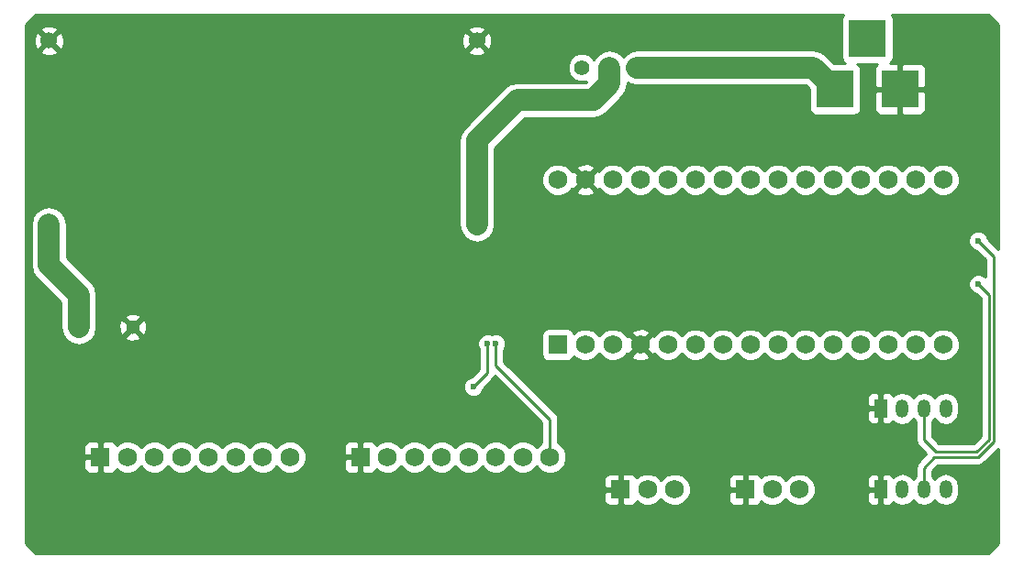
<source format=gbr>
G04 #@! TF.FileFunction,Copper,L2,Bot,Signal*
%FSLAX46Y46*%
G04 Gerber Fmt 4.6, Leading zero omitted, Abs format (unit mm)*
G04 Created by KiCad (PCBNEW 4.0.3+e1-6302~38~ubuntu15.04.1-stable) date Wed Oct  5 22:25:40 2016*
%MOMM*%
%LPD*%
G01*
G04 APERTURE LIST*
%ADD10C,0.100000*%
%ADD11R,1.727200X1.727200*%
%ADD12C,1.727200*%
%ADD13R,1.300000X1.300000*%
%ADD14C,1.300000*%
%ADD15R,1.750000X1.750000*%
%ADD16C,1.750000*%
%ADD17R,1.200000X1.700000*%
%ADD18O,1.200000X1.700000*%
%ADD19C,1.524000*%
%ADD20R,3.500120X3.500120*%
%ADD21R,1.397000X1.397000*%
%ADD22C,1.397000*%
%ADD23C,0.600000*%
%ADD24C,2.050000*%
%ADD25C,0.250000*%
%ADD26C,0.254000*%
G04 APERTURE END LIST*
D10*
D11*
X80220000Y-61620000D03*
D12*
X82760000Y-61620000D03*
X85300000Y-61620000D03*
X87840000Y-61620000D03*
X90380000Y-61620000D03*
X92920000Y-61620000D03*
X95460000Y-61620000D03*
X98000000Y-61620000D03*
X100540000Y-61620000D03*
X103080000Y-61620000D03*
X105620000Y-61620000D03*
X108160000Y-61620000D03*
X110700000Y-61620000D03*
X113240000Y-61620000D03*
X115780000Y-61620000D03*
X115780000Y-46380000D03*
X113240000Y-46380000D03*
X110700000Y-46380000D03*
X108160000Y-46380000D03*
X105620000Y-46380000D03*
X103080000Y-46380000D03*
X100540000Y-46380000D03*
X98000000Y-46380000D03*
X95460000Y-46380000D03*
X92920000Y-46380000D03*
X90380000Y-46380000D03*
X87840000Y-46380000D03*
X85300000Y-46380000D03*
X82760000Y-46380000D03*
X80220000Y-46380000D03*
D13*
X36000000Y-60000000D03*
D14*
X41000000Y-60000000D03*
D15*
X38000000Y-72000000D03*
D16*
X40500000Y-72000000D03*
X43000000Y-72000000D03*
X45500000Y-72000000D03*
X48000000Y-72000000D03*
X50500000Y-72000000D03*
X53000000Y-72000000D03*
X55500000Y-72000000D03*
D15*
X62000000Y-72000000D03*
D16*
X64500000Y-72000000D03*
X67000000Y-72000000D03*
X69500000Y-72000000D03*
X72000000Y-72000000D03*
X74500000Y-72000000D03*
X77000000Y-72000000D03*
X79500000Y-72000000D03*
D17*
X110000000Y-75000000D03*
D18*
X112000000Y-75000000D03*
X114000000Y-75000000D03*
X116000000Y-75000000D03*
D17*
X110000000Y-67500000D03*
D18*
X112000000Y-67500000D03*
X114000000Y-67500000D03*
X116000000Y-67500000D03*
D19*
X72750000Y-50500000D03*
X72750000Y-33500000D03*
X33250000Y-50500000D03*
X33250000Y-33500000D03*
D20*
X105799860Y-38000000D03*
X111799340Y-38000000D03*
X108799600Y-33301000D03*
D15*
X86000000Y-75000000D03*
D16*
X88500000Y-75000000D03*
X91000000Y-75000000D03*
D15*
X97500000Y-75000000D03*
D16*
X100000000Y-75000000D03*
X102500000Y-75000000D03*
D21*
X87540000Y-36000000D03*
D22*
X85000000Y-36000000D03*
X82460000Y-36000000D03*
D23*
X96000000Y-40000000D03*
X72421178Y-65503528D03*
X73699997Y-61500000D03*
X74500000Y-61500000D03*
X119000000Y-52000000D03*
X119000000Y-56000000D03*
D24*
X33250000Y-50500000D02*
X33250000Y-54250000D01*
X33250000Y-54250000D02*
X36000000Y-57000000D01*
X36000000Y-57000000D02*
X36000000Y-60000000D01*
D25*
X73699997Y-61500000D02*
X73699997Y-64224709D01*
X73699997Y-64224709D02*
X72721177Y-65203529D01*
X72721177Y-65203529D02*
X72421178Y-65503528D01*
X74500000Y-63500000D02*
X79500000Y-68500000D01*
X79500000Y-68500000D02*
X79500000Y-72000000D01*
X74500000Y-61500000D02*
X74500000Y-63500000D01*
X119000000Y-52000000D02*
X120439251Y-53439251D01*
X120439251Y-53439251D02*
X120439251Y-70560750D01*
X120439251Y-70560750D02*
X119000000Y-72000000D01*
X119000000Y-72000000D02*
X114980658Y-72000000D01*
X114980658Y-72000000D02*
X114000000Y-72980658D01*
X114000000Y-72980658D02*
X114000000Y-75000000D01*
X119000000Y-56000000D02*
X119989240Y-56989240D01*
X119989240Y-56989240D02*
X119989240Y-70374350D01*
X119989240Y-70374350D02*
X118863590Y-71500000D01*
X118863590Y-71500000D02*
X115088890Y-71500000D01*
X115088890Y-71500000D02*
X114000000Y-70411110D01*
X114000000Y-70411110D02*
X114000000Y-67500000D01*
X114000000Y-67500000D02*
X114000000Y-67250000D01*
D24*
X85000000Y-36000000D02*
X85000000Y-37500000D01*
X85000000Y-37500000D02*
X83500000Y-39000000D01*
X83500000Y-39000000D02*
X76500000Y-39000000D01*
X76500000Y-39000000D02*
X72750000Y-42750000D01*
X72750000Y-42750000D02*
X72750000Y-50500000D01*
X87540000Y-36000000D02*
X103799860Y-36000000D01*
X103799860Y-36000000D02*
X105799860Y-38000000D01*
D26*
G36*
X106453109Y-31299050D02*
X106402100Y-31550940D01*
X106402100Y-35051060D01*
X106446378Y-35286377D01*
X106585450Y-35502501D01*
X106731803Y-35602500D01*
X105749954Y-35602500D01*
X104973657Y-34826203D01*
X104435115Y-34466360D01*
X103799860Y-34340000D01*
X87540000Y-34340000D01*
X86904746Y-34466360D01*
X86366203Y-34826203D01*
X86270000Y-34970181D01*
X86173797Y-34826203D01*
X85635254Y-34466360D01*
X85000000Y-34340000D01*
X84364746Y-34466360D01*
X83826203Y-34826203D01*
X83564076Y-35218503D01*
X83216353Y-34870173D01*
X82726413Y-34666732D01*
X82195914Y-34666269D01*
X81705620Y-34868854D01*
X81330173Y-35243647D01*
X81126732Y-35733587D01*
X81126269Y-36264086D01*
X81328854Y-36754380D01*
X81703647Y-37129827D01*
X82193587Y-37333268D01*
X82724086Y-37333731D01*
X82885278Y-37267128D01*
X82812406Y-37340000D01*
X76500000Y-37340000D01*
X75864745Y-37466360D01*
X75326203Y-37826203D01*
X71576203Y-41576203D01*
X71216360Y-42114745D01*
X71216360Y-42114746D01*
X71090000Y-42750000D01*
X71090000Y-50500000D01*
X71216360Y-51135254D01*
X71576203Y-51673797D01*
X72114746Y-52033640D01*
X72750000Y-52160000D01*
X73385254Y-52033640D01*
X73923797Y-51673797D01*
X74283640Y-51135254D01*
X74410000Y-50500000D01*
X74410000Y-46676782D01*
X78721141Y-46676782D01*
X78948808Y-47227780D01*
X79370003Y-47649710D01*
X79920602Y-47878339D01*
X80516782Y-47878859D01*
X81067780Y-47651192D01*
X81285546Y-47433805D01*
X81885800Y-47433805D01*
X81967741Y-47686516D01*
X82528030Y-47890248D01*
X83123635Y-47864058D01*
X83552259Y-47686516D01*
X83634200Y-47433805D01*
X82760000Y-46559605D01*
X81885800Y-47433805D01*
X81285546Y-47433805D01*
X81489710Y-47229997D01*
X81506541Y-47189463D01*
X81706195Y-47254200D01*
X82580395Y-46380000D01*
X82939605Y-46380000D01*
X83813805Y-47254200D01*
X84013033Y-47189601D01*
X84028808Y-47227780D01*
X84450003Y-47649710D01*
X85000602Y-47878339D01*
X85596782Y-47878859D01*
X86147780Y-47651192D01*
X86569710Y-47229997D01*
X86570095Y-47229069D01*
X86990003Y-47649710D01*
X87540602Y-47878339D01*
X88136782Y-47878859D01*
X88687780Y-47651192D01*
X89109710Y-47229997D01*
X89110095Y-47229069D01*
X89530003Y-47649710D01*
X90080602Y-47878339D01*
X90676782Y-47878859D01*
X91227780Y-47651192D01*
X91649710Y-47229997D01*
X91650095Y-47229069D01*
X92070003Y-47649710D01*
X92620602Y-47878339D01*
X93216782Y-47878859D01*
X93767780Y-47651192D01*
X94189710Y-47229997D01*
X94190095Y-47229069D01*
X94610003Y-47649710D01*
X95160602Y-47878339D01*
X95756782Y-47878859D01*
X96307780Y-47651192D01*
X96729710Y-47229997D01*
X96730095Y-47229069D01*
X97150003Y-47649710D01*
X97700602Y-47878339D01*
X98296782Y-47878859D01*
X98847780Y-47651192D01*
X99269710Y-47229997D01*
X99270095Y-47229069D01*
X99690003Y-47649710D01*
X100240602Y-47878339D01*
X100836782Y-47878859D01*
X101387780Y-47651192D01*
X101809710Y-47229997D01*
X101810095Y-47229069D01*
X102230003Y-47649710D01*
X102780602Y-47878339D01*
X103376782Y-47878859D01*
X103927780Y-47651192D01*
X104349710Y-47229997D01*
X104350095Y-47229069D01*
X104770003Y-47649710D01*
X105320602Y-47878339D01*
X105916782Y-47878859D01*
X106467780Y-47651192D01*
X106889710Y-47229997D01*
X106890095Y-47229069D01*
X107310003Y-47649710D01*
X107860602Y-47878339D01*
X108456782Y-47878859D01*
X109007780Y-47651192D01*
X109429710Y-47229997D01*
X109430095Y-47229069D01*
X109850003Y-47649710D01*
X110400602Y-47878339D01*
X110996782Y-47878859D01*
X111547780Y-47651192D01*
X111969710Y-47229997D01*
X111970095Y-47229069D01*
X112390003Y-47649710D01*
X112940602Y-47878339D01*
X113536782Y-47878859D01*
X114087780Y-47651192D01*
X114509710Y-47229997D01*
X114510095Y-47229069D01*
X114930003Y-47649710D01*
X115480602Y-47878339D01*
X116076782Y-47878859D01*
X116627780Y-47651192D01*
X117049710Y-47229997D01*
X117278339Y-46679398D01*
X117278859Y-46083218D01*
X117051192Y-45532220D01*
X116629997Y-45110290D01*
X116079398Y-44881661D01*
X115483218Y-44881141D01*
X114932220Y-45108808D01*
X114510290Y-45530003D01*
X114509905Y-45530931D01*
X114089997Y-45110290D01*
X113539398Y-44881661D01*
X112943218Y-44881141D01*
X112392220Y-45108808D01*
X111970290Y-45530003D01*
X111969905Y-45530931D01*
X111549997Y-45110290D01*
X110999398Y-44881661D01*
X110403218Y-44881141D01*
X109852220Y-45108808D01*
X109430290Y-45530003D01*
X109429905Y-45530931D01*
X109009997Y-45110290D01*
X108459398Y-44881661D01*
X107863218Y-44881141D01*
X107312220Y-45108808D01*
X106890290Y-45530003D01*
X106889905Y-45530931D01*
X106469997Y-45110290D01*
X105919398Y-44881661D01*
X105323218Y-44881141D01*
X104772220Y-45108808D01*
X104350290Y-45530003D01*
X104349905Y-45530931D01*
X103929997Y-45110290D01*
X103379398Y-44881661D01*
X102783218Y-44881141D01*
X102232220Y-45108808D01*
X101810290Y-45530003D01*
X101809905Y-45530931D01*
X101389997Y-45110290D01*
X100839398Y-44881661D01*
X100243218Y-44881141D01*
X99692220Y-45108808D01*
X99270290Y-45530003D01*
X99269905Y-45530931D01*
X98849997Y-45110290D01*
X98299398Y-44881661D01*
X97703218Y-44881141D01*
X97152220Y-45108808D01*
X96730290Y-45530003D01*
X96729905Y-45530931D01*
X96309997Y-45110290D01*
X95759398Y-44881661D01*
X95163218Y-44881141D01*
X94612220Y-45108808D01*
X94190290Y-45530003D01*
X94189905Y-45530931D01*
X93769997Y-45110290D01*
X93219398Y-44881661D01*
X92623218Y-44881141D01*
X92072220Y-45108808D01*
X91650290Y-45530003D01*
X91649905Y-45530931D01*
X91229997Y-45110290D01*
X90679398Y-44881661D01*
X90083218Y-44881141D01*
X89532220Y-45108808D01*
X89110290Y-45530003D01*
X89109905Y-45530931D01*
X88689997Y-45110290D01*
X88139398Y-44881661D01*
X87543218Y-44881141D01*
X86992220Y-45108808D01*
X86570290Y-45530003D01*
X86569905Y-45530931D01*
X86149997Y-45110290D01*
X85599398Y-44881661D01*
X85003218Y-44881141D01*
X84452220Y-45108808D01*
X84030290Y-45530003D01*
X84013459Y-45570537D01*
X83813805Y-45505800D01*
X82939605Y-46380000D01*
X82580395Y-46380000D01*
X81706195Y-45505800D01*
X81506967Y-45570399D01*
X81491192Y-45532220D01*
X81285526Y-45326195D01*
X81885800Y-45326195D01*
X82760000Y-46200395D01*
X83634200Y-45326195D01*
X83552259Y-45073484D01*
X82991970Y-44869752D01*
X82396365Y-44895942D01*
X81967741Y-45073484D01*
X81885800Y-45326195D01*
X81285526Y-45326195D01*
X81069997Y-45110290D01*
X80519398Y-44881661D01*
X79923218Y-44881141D01*
X79372220Y-45108808D01*
X78950290Y-45530003D01*
X78721661Y-46080602D01*
X78721141Y-46676782D01*
X74410000Y-46676782D01*
X74410000Y-43437594D01*
X77187594Y-40660000D01*
X83500000Y-40660000D01*
X84135255Y-40533640D01*
X84673797Y-40173797D01*
X86173797Y-38673797D01*
X86533639Y-38135255D01*
X86533640Y-38135254D01*
X86660000Y-37500000D01*
X86660000Y-37370106D01*
X86904746Y-37533640D01*
X87540000Y-37660000D01*
X103112266Y-37660000D01*
X103402360Y-37950094D01*
X103402360Y-39750060D01*
X103446638Y-39985377D01*
X103585710Y-40201501D01*
X103797910Y-40346491D01*
X104049800Y-40397500D01*
X107549920Y-40397500D01*
X107785237Y-40353222D01*
X108001361Y-40214150D01*
X108146351Y-40001950D01*
X108197360Y-39750060D01*
X108197360Y-38285750D01*
X109414280Y-38285750D01*
X109414280Y-39876370D01*
X109510953Y-40109759D01*
X109689582Y-40288387D01*
X109922971Y-40385060D01*
X111513590Y-40385060D01*
X111672340Y-40226310D01*
X111672340Y-38127000D01*
X111926340Y-38127000D01*
X111926340Y-40226310D01*
X112085090Y-40385060D01*
X113675709Y-40385060D01*
X113909098Y-40288387D01*
X114087727Y-40109759D01*
X114184400Y-39876370D01*
X114184400Y-38285750D01*
X114025650Y-38127000D01*
X111926340Y-38127000D01*
X111672340Y-38127000D01*
X109573030Y-38127000D01*
X109414280Y-38285750D01*
X108197360Y-38285750D01*
X108197360Y-36249940D01*
X108153082Y-36014623D01*
X108014010Y-35798499D01*
X107867657Y-35698500D01*
X109721240Y-35698500D01*
X109689582Y-35711613D01*
X109510953Y-35890241D01*
X109414280Y-36123630D01*
X109414280Y-37714250D01*
X109573030Y-37873000D01*
X111672340Y-37873000D01*
X111672340Y-35773690D01*
X111926340Y-35773690D01*
X111926340Y-37873000D01*
X114025650Y-37873000D01*
X114184400Y-37714250D01*
X114184400Y-36123630D01*
X114087727Y-35890241D01*
X113909098Y-35711613D01*
X113675709Y-35614940D01*
X112085090Y-35614940D01*
X111926340Y-35773690D01*
X111672340Y-35773690D01*
X111513590Y-35614940D01*
X110846023Y-35614940D01*
X111001101Y-35515150D01*
X111146091Y-35302950D01*
X111197100Y-35051060D01*
X111197100Y-31550940D01*
X111152822Y-31315623D01*
X111031446Y-31127000D01*
X119947394Y-31127000D01*
X120873000Y-32052606D01*
X120873000Y-52798198D01*
X119935122Y-51860320D01*
X119935162Y-51814833D01*
X119793117Y-51471057D01*
X119530327Y-51207808D01*
X119186799Y-51065162D01*
X118814833Y-51064838D01*
X118471057Y-51206883D01*
X118207808Y-51469673D01*
X118065162Y-51813201D01*
X118064838Y-52185167D01*
X118206883Y-52528943D01*
X118469673Y-52792192D01*
X118813201Y-52934838D01*
X118860077Y-52934879D01*
X119679251Y-53754053D01*
X119679251Y-55356992D01*
X119530327Y-55207808D01*
X119186799Y-55065162D01*
X118814833Y-55064838D01*
X118471057Y-55206883D01*
X118207808Y-55469673D01*
X118065162Y-55813201D01*
X118064838Y-56185167D01*
X118206883Y-56528943D01*
X118469673Y-56792192D01*
X118813201Y-56934838D01*
X118860077Y-56934879D01*
X119229240Y-57304042D01*
X119229240Y-70059547D01*
X118548788Y-70740000D01*
X115403692Y-70740000D01*
X114760000Y-70096308D01*
X114760000Y-68728059D01*
X114873277Y-68652370D01*
X115000000Y-68462715D01*
X115126723Y-68652370D01*
X115527386Y-68920084D01*
X116000000Y-69014093D01*
X116472614Y-68920084D01*
X116873277Y-68652370D01*
X117140991Y-68251707D01*
X117235000Y-67779093D01*
X117235000Y-67220907D01*
X117140991Y-66748293D01*
X116873277Y-66347630D01*
X116472614Y-66079916D01*
X116000000Y-65985907D01*
X115527386Y-66079916D01*
X115126723Y-66347630D01*
X115000000Y-66537285D01*
X114873277Y-66347630D01*
X114472614Y-66079916D01*
X114000000Y-65985907D01*
X113527386Y-66079916D01*
X113126723Y-66347630D01*
X113000000Y-66537285D01*
X112873277Y-66347630D01*
X112472614Y-66079916D01*
X112000000Y-65985907D01*
X111527386Y-66079916D01*
X111154410Y-66329130D01*
X111138327Y-66290301D01*
X110959698Y-66111673D01*
X110726309Y-66015000D01*
X110285750Y-66015000D01*
X110127000Y-66173750D01*
X110127000Y-67373000D01*
X110147000Y-67373000D01*
X110147000Y-67627000D01*
X110127000Y-67627000D01*
X110127000Y-68826250D01*
X110285750Y-68985000D01*
X110726309Y-68985000D01*
X110959698Y-68888327D01*
X111138327Y-68709699D01*
X111154410Y-68670870D01*
X111527386Y-68920084D01*
X112000000Y-69014093D01*
X112472614Y-68920084D01*
X112873277Y-68652370D01*
X113000000Y-68462715D01*
X113126723Y-68652370D01*
X113240000Y-68728059D01*
X113240000Y-70411110D01*
X113297852Y-70701949D01*
X113462599Y-70948511D01*
X114209972Y-71695884D01*
X113462599Y-72443257D01*
X113297852Y-72689819D01*
X113240000Y-72980658D01*
X113240000Y-73771941D01*
X113126723Y-73847630D01*
X113000000Y-74037285D01*
X112873277Y-73847630D01*
X112472614Y-73579916D01*
X112000000Y-73485907D01*
X111527386Y-73579916D01*
X111154410Y-73829130D01*
X111138327Y-73790301D01*
X110959698Y-73611673D01*
X110726309Y-73515000D01*
X110285750Y-73515000D01*
X110127000Y-73673750D01*
X110127000Y-74873000D01*
X110147000Y-74873000D01*
X110147000Y-75127000D01*
X110127000Y-75127000D01*
X110127000Y-76326250D01*
X110285750Y-76485000D01*
X110726309Y-76485000D01*
X110959698Y-76388327D01*
X111138327Y-76209699D01*
X111154410Y-76170870D01*
X111527386Y-76420084D01*
X112000000Y-76514093D01*
X112472614Y-76420084D01*
X112873277Y-76152370D01*
X113000000Y-75962715D01*
X113126723Y-76152370D01*
X113527386Y-76420084D01*
X114000000Y-76514093D01*
X114472614Y-76420084D01*
X114873277Y-76152370D01*
X115000000Y-75962715D01*
X115126723Y-76152370D01*
X115527386Y-76420084D01*
X116000000Y-76514093D01*
X116472614Y-76420084D01*
X116873277Y-76152370D01*
X117140991Y-75751707D01*
X117235000Y-75279093D01*
X117235000Y-74720907D01*
X117140991Y-74248293D01*
X116873277Y-73847630D01*
X116472614Y-73579916D01*
X116000000Y-73485907D01*
X115527386Y-73579916D01*
X115126723Y-73847630D01*
X115000000Y-74037285D01*
X114873277Y-73847630D01*
X114760000Y-73771941D01*
X114760000Y-73295460D01*
X115295460Y-72760000D01*
X119000000Y-72760000D01*
X119290839Y-72702148D01*
X119537401Y-72537401D01*
X120873000Y-71201803D01*
X120873000Y-79947394D01*
X119947394Y-80873000D01*
X32052606Y-80873000D01*
X31127000Y-79947394D01*
X31127000Y-75285750D01*
X84490000Y-75285750D01*
X84490000Y-76001310D01*
X84586673Y-76234699D01*
X84765302Y-76413327D01*
X84998691Y-76510000D01*
X85714250Y-76510000D01*
X85873000Y-76351250D01*
X85873000Y-75127000D01*
X84648750Y-75127000D01*
X84490000Y-75285750D01*
X31127000Y-75285750D01*
X31127000Y-73998690D01*
X84490000Y-73998690D01*
X84490000Y-74714250D01*
X84648750Y-74873000D01*
X85873000Y-74873000D01*
X85873000Y-73648750D01*
X86127000Y-73648750D01*
X86127000Y-74873000D01*
X86147000Y-74873000D01*
X86147000Y-75127000D01*
X86127000Y-75127000D01*
X86127000Y-76351250D01*
X86285750Y-76510000D01*
X87001309Y-76510000D01*
X87234698Y-76413327D01*
X87413327Y-76234699D01*
X87467760Y-76103286D01*
X87643537Y-76279370D01*
X88198325Y-76509738D01*
X88799040Y-76510262D01*
X89354229Y-76280862D01*
X89750318Y-75885464D01*
X90143537Y-76279370D01*
X90698325Y-76509738D01*
X91299040Y-76510262D01*
X91854229Y-76280862D01*
X92279370Y-75856463D01*
X92509738Y-75301675D01*
X92509751Y-75285750D01*
X95990000Y-75285750D01*
X95990000Y-76001310D01*
X96086673Y-76234699D01*
X96265302Y-76413327D01*
X96498691Y-76510000D01*
X97214250Y-76510000D01*
X97373000Y-76351250D01*
X97373000Y-75127000D01*
X96148750Y-75127000D01*
X95990000Y-75285750D01*
X92509751Y-75285750D01*
X92510262Y-74700960D01*
X92280862Y-74145771D01*
X92134038Y-73998690D01*
X95990000Y-73998690D01*
X95990000Y-74714250D01*
X96148750Y-74873000D01*
X97373000Y-74873000D01*
X97373000Y-73648750D01*
X97627000Y-73648750D01*
X97627000Y-74873000D01*
X97647000Y-74873000D01*
X97647000Y-75127000D01*
X97627000Y-75127000D01*
X97627000Y-76351250D01*
X97785750Y-76510000D01*
X98501309Y-76510000D01*
X98734698Y-76413327D01*
X98913327Y-76234699D01*
X98967760Y-76103286D01*
X99143537Y-76279370D01*
X99698325Y-76509738D01*
X100299040Y-76510262D01*
X100854229Y-76280862D01*
X101250318Y-75885464D01*
X101643537Y-76279370D01*
X102198325Y-76509738D01*
X102799040Y-76510262D01*
X103354229Y-76280862D01*
X103779370Y-75856463D01*
X104009738Y-75301675D01*
X104009751Y-75285750D01*
X108765000Y-75285750D01*
X108765000Y-75976310D01*
X108861673Y-76209699D01*
X109040302Y-76388327D01*
X109273691Y-76485000D01*
X109714250Y-76485000D01*
X109873000Y-76326250D01*
X109873000Y-75127000D01*
X108923750Y-75127000D01*
X108765000Y-75285750D01*
X104009751Y-75285750D01*
X104010262Y-74700960D01*
X103780862Y-74145771D01*
X103658995Y-74023690D01*
X108765000Y-74023690D01*
X108765000Y-74714250D01*
X108923750Y-74873000D01*
X109873000Y-74873000D01*
X109873000Y-73673750D01*
X109714250Y-73515000D01*
X109273691Y-73515000D01*
X109040302Y-73611673D01*
X108861673Y-73790301D01*
X108765000Y-74023690D01*
X103658995Y-74023690D01*
X103356463Y-73720630D01*
X102801675Y-73490262D01*
X102200960Y-73489738D01*
X101645771Y-73719138D01*
X101249682Y-74114536D01*
X100856463Y-73720630D01*
X100301675Y-73490262D01*
X99700960Y-73489738D01*
X99145771Y-73719138D01*
X98967797Y-73896802D01*
X98913327Y-73765301D01*
X98734698Y-73586673D01*
X98501309Y-73490000D01*
X97785750Y-73490000D01*
X97627000Y-73648750D01*
X97373000Y-73648750D01*
X97214250Y-73490000D01*
X96498691Y-73490000D01*
X96265302Y-73586673D01*
X96086673Y-73765301D01*
X95990000Y-73998690D01*
X92134038Y-73998690D01*
X91856463Y-73720630D01*
X91301675Y-73490262D01*
X90700960Y-73489738D01*
X90145771Y-73719138D01*
X89749682Y-74114536D01*
X89356463Y-73720630D01*
X88801675Y-73490262D01*
X88200960Y-73489738D01*
X87645771Y-73719138D01*
X87467797Y-73896802D01*
X87413327Y-73765301D01*
X87234698Y-73586673D01*
X87001309Y-73490000D01*
X86285750Y-73490000D01*
X86127000Y-73648750D01*
X85873000Y-73648750D01*
X85714250Y-73490000D01*
X84998691Y-73490000D01*
X84765302Y-73586673D01*
X84586673Y-73765301D01*
X84490000Y-73998690D01*
X31127000Y-73998690D01*
X31127000Y-72285750D01*
X36490000Y-72285750D01*
X36490000Y-73001310D01*
X36586673Y-73234699D01*
X36765302Y-73413327D01*
X36998691Y-73510000D01*
X37714250Y-73510000D01*
X37873000Y-73351250D01*
X37873000Y-72127000D01*
X36648750Y-72127000D01*
X36490000Y-72285750D01*
X31127000Y-72285750D01*
X31127000Y-70998690D01*
X36490000Y-70998690D01*
X36490000Y-71714250D01*
X36648750Y-71873000D01*
X37873000Y-71873000D01*
X37873000Y-70648750D01*
X38127000Y-70648750D01*
X38127000Y-71873000D01*
X38147000Y-71873000D01*
X38147000Y-72127000D01*
X38127000Y-72127000D01*
X38127000Y-73351250D01*
X38285750Y-73510000D01*
X39001309Y-73510000D01*
X39234698Y-73413327D01*
X39413327Y-73234699D01*
X39467760Y-73103286D01*
X39643537Y-73279370D01*
X40198325Y-73509738D01*
X40799040Y-73510262D01*
X41354229Y-73280862D01*
X41750318Y-72885464D01*
X42143537Y-73279370D01*
X42698325Y-73509738D01*
X43299040Y-73510262D01*
X43854229Y-73280862D01*
X44250318Y-72885464D01*
X44643537Y-73279370D01*
X45198325Y-73509738D01*
X45799040Y-73510262D01*
X46354229Y-73280862D01*
X46750318Y-72885464D01*
X47143537Y-73279370D01*
X47698325Y-73509738D01*
X48299040Y-73510262D01*
X48854229Y-73280862D01*
X49250318Y-72885464D01*
X49643537Y-73279370D01*
X50198325Y-73509738D01*
X50799040Y-73510262D01*
X51354229Y-73280862D01*
X51750318Y-72885464D01*
X52143537Y-73279370D01*
X52698325Y-73509738D01*
X53299040Y-73510262D01*
X53854229Y-73280862D01*
X54250318Y-72885464D01*
X54643537Y-73279370D01*
X55198325Y-73509738D01*
X55799040Y-73510262D01*
X56354229Y-73280862D01*
X56779370Y-72856463D01*
X57009738Y-72301675D01*
X57009751Y-72285750D01*
X60490000Y-72285750D01*
X60490000Y-73001310D01*
X60586673Y-73234699D01*
X60765302Y-73413327D01*
X60998691Y-73510000D01*
X61714250Y-73510000D01*
X61873000Y-73351250D01*
X61873000Y-72127000D01*
X60648750Y-72127000D01*
X60490000Y-72285750D01*
X57009751Y-72285750D01*
X57010262Y-71700960D01*
X56780862Y-71145771D01*
X56634038Y-70998690D01*
X60490000Y-70998690D01*
X60490000Y-71714250D01*
X60648750Y-71873000D01*
X61873000Y-71873000D01*
X61873000Y-70648750D01*
X62127000Y-70648750D01*
X62127000Y-71873000D01*
X62147000Y-71873000D01*
X62147000Y-72127000D01*
X62127000Y-72127000D01*
X62127000Y-73351250D01*
X62285750Y-73510000D01*
X63001309Y-73510000D01*
X63234698Y-73413327D01*
X63413327Y-73234699D01*
X63467760Y-73103286D01*
X63643537Y-73279370D01*
X64198325Y-73509738D01*
X64799040Y-73510262D01*
X65354229Y-73280862D01*
X65750318Y-72885464D01*
X66143537Y-73279370D01*
X66698325Y-73509738D01*
X67299040Y-73510262D01*
X67854229Y-73280862D01*
X68250318Y-72885464D01*
X68643537Y-73279370D01*
X69198325Y-73509738D01*
X69799040Y-73510262D01*
X70354229Y-73280862D01*
X70750318Y-72885464D01*
X71143537Y-73279370D01*
X71698325Y-73509738D01*
X72299040Y-73510262D01*
X72854229Y-73280862D01*
X73250318Y-72885464D01*
X73643537Y-73279370D01*
X74198325Y-73509738D01*
X74799040Y-73510262D01*
X75354229Y-73280862D01*
X75750318Y-72885464D01*
X76143537Y-73279370D01*
X76698325Y-73509738D01*
X77299040Y-73510262D01*
X77854229Y-73280862D01*
X78250318Y-72885464D01*
X78643537Y-73279370D01*
X79198325Y-73509738D01*
X79799040Y-73510262D01*
X80354229Y-73280862D01*
X80779370Y-72856463D01*
X81009738Y-72301675D01*
X81010262Y-71700960D01*
X80780862Y-71145771D01*
X80356463Y-70720630D01*
X80260000Y-70680575D01*
X80260000Y-68500000D01*
X80202148Y-68209161D01*
X80037401Y-67962599D01*
X79860552Y-67785750D01*
X108765000Y-67785750D01*
X108765000Y-68476310D01*
X108861673Y-68709699D01*
X109040302Y-68888327D01*
X109273691Y-68985000D01*
X109714250Y-68985000D01*
X109873000Y-68826250D01*
X109873000Y-67627000D01*
X108923750Y-67627000D01*
X108765000Y-67785750D01*
X79860552Y-67785750D01*
X78598492Y-66523690D01*
X108765000Y-66523690D01*
X108765000Y-67214250D01*
X108923750Y-67373000D01*
X109873000Y-67373000D01*
X109873000Y-66173750D01*
X109714250Y-66015000D01*
X109273691Y-66015000D01*
X109040302Y-66111673D01*
X108861673Y-66290301D01*
X108765000Y-66523690D01*
X78598492Y-66523690D01*
X75260000Y-63185198D01*
X75260000Y-62062463D01*
X75292192Y-62030327D01*
X75434838Y-61686799D01*
X75435162Y-61314833D01*
X75293117Y-60971057D01*
X75078835Y-60756400D01*
X78708960Y-60756400D01*
X78708960Y-62483600D01*
X78753238Y-62718917D01*
X78892310Y-62935041D01*
X79104510Y-63080031D01*
X79356400Y-63131040D01*
X81083600Y-63131040D01*
X81318917Y-63086762D01*
X81535041Y-62947690D01*
X81680031Y-62735490D01*
X81692852Y-62672180D01*
X81910003Y-62889710D01*
X82460602Y-63118339D01*
X83056782Y-63118859D01*
X83607780Y-62891192D01*
X84029710Y-62469997D01*
X84030095Y-62469069D01*
X84450003Y-62889710D01*
X85000602Y-63118339D01*
X85596782Y-63118859D01*
X86147780Y-62891192D01*
X86365546Y-62673805D01*
X86965800Y-62673805D01*
X87047741Y-62926516D01*
X87608030Y-63130248D01*
X88203635Y-63104058D01*
X88632259Y-62926516D01*
X88714200Y-62673805D01*
X87840000Y-61799605D01*
X86965800Y-62673805D01*
X86365546Y-62673805D01*
X86569710Y-62469997D01*
X86586541Y-62429463D01*
X86786195Y-62494200D01*
X87660395Y-61620000D01*
X88019605Y-61620000D01*
X88893805Y-62494200D01*
X89093033Y-62429601D01*
X89108808Y-62467780D01*
X89530003Y-62889710D01*
X90080602Y-63118339D01*
X90676782Y-63118859D01*
X91227780Y-62891192D01*
X91649710Y-62469997D01*
X91650095Y-62469069D01*
X92070003Y-62889710D01*
X92620602Y-63118339D01*
X93216782Y-63118859D01*
X93767780Y-62891192D01*
X94189710Y-62469997D01*
X94190095Y-62469069D01*
X94610003Y-62889710D01*
X95160602Y-63118339D01*
X95756782Y-63118859D01*
X96307780Y-62891192D01*
X96729710Y-62469997D01*
X96730095Y-62469069D01*
X97150003Y-62889710D01*
X97700602Y-63118339D01*
X98296782Y-63118859D01*
X98847780Y-62891192D01*
X99269710Y-62469997D01*
X99270095Y-62469069D01*
X99690003Y-62889710D01*
X100240602Y-63118339D01*
X100836782Y-63118859D01*
X101387780Y-62891192D01*
X101809710Y-62469997D01*
X101810095Y-62469069D01*
X102230003Y-62889710D01*
X102780602Y-63118339D01*
X103376782Y-63118859D01*
X103927780Y-62891192D01*
X104349710Y-62469997D01*
X104350095Y-62469069D01*
X104770003Y-62889710D01*
X105320602Y-63118339D01*
X105916782Y-63118859D01*
X106467780Y-62891192D01*
X106889710Y-62469997D01*
X106890095Y-62469069D01*
X107310003Y-62889710D01*
X107860602Y-63118339D01*
X108456782Y-63118859D01*
X109007780Y-62891192D01*
X109429710Y-62469997D01*
X109430095Y-62469069D01*
X109850003Y-62889710D01*
X110400602Y-63118339D01*
X110996782Y-63118859D01*
X111547780Y-62891192D01*
X111969710Y-62469997D01*
X111970095Y-62469069D01*
X112390003Y-62889710D01*
X112940602Y-63118339D01*
X113536782Y-63118859D01*
X114087780Y-62891192D01*
X114509710Y-62469997D01*
X114510095Y-62469069D01*
X114930003Y-62889710D01*
X115480602Y-63118339D01*
X116076782Y-63118859D01*
X116627780Y-62891192D01*
X117049710Y-62469997D01*
X117278339Y-61919398D01*
X117278859Y-61323218D01*
X117051192Y-60772220D01*
X116629997Y-60350290D01*
X116079398Y-60121661D01*
X115483218Y-60121141D01*
X114932220Y-60348808D01*
X114510290Y-60770003D01*
X114509905Y-60770931D01*
X114089997Y-60350290D01*
X113539398Y-60121661D01*
X112943218Y-60121141D01*
X112392220Y-60348808D01*
X111970290Y-60770003D01*
X111969905Y-60770931D01*
X111549997Y-60350290D01*
X110999398Y-60121661D01*
X110403218Y-60121141D01*
X109852220Y-60348808D01*
X109430290Y-60770003D01*
X109429905Y-60770931D01*
X109009997Y-60350290D01*
X108459398Y-60121661D01*
X107863218Y-60121141D01*
X107312220Y-60348808D01*
X106890290Y-60770003D01*
X106889905Y-60770931D01*
X106469997Y-60350290D01*
X105919398Y-60121661D01*
X105323218Y-60121141D01*
X104772220Y-60348808D01*
X104350290Y-60770003D01*
X104349905Y-60770931D01*
X103929997Y-60350290D01*
X103379398Y-60121661D01*
X102783218Y-60121141D01*
X102232220Y-60348808D01*
X101810290Y-60770003D01*
X101809905Y-60770931D01*
X101389997Y-60350290D01*
X100839398Y-60121661D01*
X100243218Y-60121141D01*
X99692220Y-60348808D01*
X99270290Y-60770003D01*
X99269905Y-60770931D01*
X98849997Y-60350290D01*
X98299398Y-60121661D01*
X97703218Y-60121141D01*
X97152220Y-60348808D01*
X96730290Y-60770003D01*
X96729905Y-60770931D01*
X96309997Y-60350290D01*
X95759398Y-60121661D01*
X95163218Y-60121141D01*
X94612220Y-60348808D01*
X94190290Y-60770003D01*
X94189905Y-60770931D01*
X93769997Y-60350290D01*
X93219398Y-60121661D01*
X92623218Y-60121141D01*
X92072220Y-60348808D01*
X91650290Y-60770003D01*
X91649905Y-60770931D01*
X91229997Y-60350290D01*
X90679398Y-60121661D01*
X90083218Y-60121141D01*
X89532220Y-60348808D01*
X89110290Y-60770003D01*
X89093459Y-60810537D01*
X88893805Y-60745800D01*
X88019605Y-61620000D01*
X87660395Y-61620000D01*
X86786195Y-60745800D01*
X86586967Y-60810399D01*
X86571192Y-60772220D01*
X86365526Y-60566195D01*
X86965800Y-60566195D01*
X87840000Y-61440395D01*
X88714200Y-60566195D01*
X88632259Y-60313484D01*
X88071970Y-60109752D01*
X87476365Y-60135942D01*
X87047741Y-60313484D01*
X86965800Y-60566195D01*
X86365526Y-60566195D01*
X86149997Y-60350290D01*
X85599398Y-60121661D01*
X85003218Y-60121141D01*
X84452220Y-60348808D01*
X84030290Y-60770003D01*
X84029905Y-60770931D01*
X83609997Y-60350290D01*
X83059398Y-60121661D01*
X82463218Y-60121141D01*
X81912220Y-60348808D01*
X81695124Y-60565525D01*
X81686762Y-60521083D01*
X81547690Y-60304959D01*
X81335490Y-60159969D01*
X81083600Y-60108960D01*
X79356400Y-60108960D01*
X79121083Y-60153238D01*
X78904959Y-60292310D01*
X78759969Y-60504510D01*
X78708960Y-60756400D01*
X75078835Y-60756400D01*
X75030327Y-60707808D01*
X74686799Y-60565162D01*
X74314833Y-60564838D01*
X74099894Y-60653649D01*
X73886796Y-60565162D01*
X73514830Y-60564838D01*
X73171054Y-60706883D01*
X72907805Y-60969673D01*
X72765159Y-61313201D01*
X72764835Y-61685167D01*
X72906880Y-62028943D01*
X72939997Y-62062118D01*
X72939997Y-63909907D01*
X72281498Y-64568406D01*
X72236011Y-64568366D01*
X71892235Y-64710411D01*
X71628986Y-64973201D01*
X71486340Y-65316729D01*
X71486016Y-65688695D01*
X71628061Y-66032471D01*
X71890851Y-66295720D01*
X72234379Y-66438366D01*
X72606345Y-66438690D01*
X72950121Y-66296645D01*
X73213370Y-66033855D01*
X73356016Y-65690327D01*
X73356057Y-65643451D01*
X74237398Y-64762110D01*
X74402145Y-64515548D01*
X74408549Y-64483351D01*
X78740000Y-68814802D01*
X78740000Y-70680203D01*
X78645771Y-70719138D01*
X78249682Y-71114536D01*
X77856463Y-70720630D01*
X77301675Y-70490262D01*
X76700960Y-70489738D01*
X76145771Y-70719138D01*
X75749682Y-71114536D01*
X75356463Y-70720630D01*
X74801675Y-70490262D01*
X74200960Y-70489738D01*
X73645771Y-70719138D01*
X73249682Y-71114536D01*
X72856463Y-70720630D01*
X72301675Y-70490262D01*
X71700960Y-70489738D01*
X71145771Y-70719138D01*
X70749682Y-71114536D01*
X70356463Y-70720630D01*
X69801675Y-70490262D01*
X69200960Y-70489738D01*
X68645771Y-70719138D01*
X68249682Y-71114536D01*
X67856463Y-70720630D01*
X67301675Y-70490262D01*
X66700960Y-70489738D01*
X66145771Y-70719138D01*
X65749682Y-71114536D01*
X65356463Y-70720630D01*
X64801675Y-70490262D01*
X64200960Y-70489738D01*
X63645771Y-70719138D01*
X63467797Y-70896802D01*
X63413327Y-70765301D01*
X63234698Y-70586673D01*
X63001309Y-70490000D01*
X62285750Y-70490000D01*
X62127000Y-70648750D01*
X61873000Y-70648750D01*
X61714250Y-70490000D01*
X60998691Y-70490000D01*
X60765302Y-70586673D01*
X60586673Y-70765301D01*
X60490000Y-70998690D01*
X56634038Y-70998690D01*
X56356463Y-70720630D01*
X55801675Y-70490262D01*
X55200960Y-70489738D01*
X54645771Y-70719138D01*
X54249682Y-71114536D01*
X53856463Y-70720630D01*
X53301675Y-70490262D01*
X52700960Y-70489738D01*
X52145771Y-70719138D01*
X51749682Y-71114536D01*
X51356463Y-70720630D01*
X50801675Y-70490262D01*
X50200960Y-70489738D01*
X49645771Y-70719138D01*
X49249682Y-71114536D01*
X48856463Y-70720630D01*
X48301675Y-70490262D01*
X47700960Y-70489738D01*
X47145771Y-70719138D01*
X46749682Y-71114536D01*
X46356463Y-70720630D01*
X45801675Y-70490262D01*
X45200960Y-70489738D01*
X44645771Y-70719138D01*
X44249682Y-71114536D01*
X43856463Y-70720630D01*
X43301675Y-70490262D01*
X42700960Y-70489738D01*
X42145771Y-70719138D01*
X41749682Y-71114536D01*
X41356463Y-70720630D01*
X40801675Y-70490262D01*
X40200960Y-70489738D01*
X39645771Y-70719138D01*
X39467797Y-70896802D01*
X39413327Y-70765301D01*
X39234698Y-70586673D01*
X39001309Y-70490000D01*
X38285750Y-70490000D01*
X38127000Y-70648750D01*
X37873000Y-70648750D01*
X37714250Y-70490000D01*
X36998691Y-70490000D01*
X36765302Y-70586673D01*
X36586673Y-70765301D01*
X36490000Y-70998690D01*
X31127000Y-70998690D01*
X31127000Y-50500000D01*
X31590000Y-50500000D01*
X31590000Y-54250000D01*
X31716360Y-54885255D01*
X32076203Y-55423797D01*
X34340000Y-57687594D01*
X34340000Y-60000000D01*
X34466360Y-60635254D01*
X34826203Y-61173797D01*
X35364746Y-61533640D01*
X36000000Y-61660000D01*
X36635254Y-61533640D01*
X37173797Y-61173797D01*
X37357399Y-60899016D01*
X40280590Y-60899016D01*
X40336271Y-61129611D01*
X40819078Y-61297622D01*
X41329428Y-61268083D01*
X41663729Y-61129611D01*
X41719410Y-60899016D01*
X41000000Y-60179605D01*
X40280590Y-60899016D01*
X37357399Y-60899016D01*
X37533640Y-60635254D01*
X37660000Y-60000000D01*
X37660000Y-59819078D01*
X39702378Y-59819078D01*
X39731917Y-60329428D01*
X39870389Y-60663729D01*
X40100984Y-60719410D01*
X40820395Y-60000000D01*
X41179605Y-60000000D01*
X41899016Y-60719410D01*
X42129611Y-60663729D01*
X42297622Y-60180922D01*
X42268083Y-59670572D01*
X42129611Y-59336271D01*
X41899016Y-59280590D01*
X41179605Y-60000000D01*
X40820395Y-60000000D01*
X40100984Y-59280590D01*
X39870389Y-59336271D01*
X39702378Y-59819078D01*
X37660000Y-59819078D01*
X37660000Y-59100984D01*
X40280590Y-59100984D01*
X41000000Y-59820395D01*
X41719410Y-59100984D01*
X41663729Y-58870389D01*
X41180922Y-58702378D01*
X40670572Y-58731917D01*
X40336271Y-58870389D01*
X40280590Y-59100984D01*
X37660000Y-59100984D01*
X37660000Y-57000000D01*
X37533640Y-56364746D01*
X37173797Y-55826203D01*
X34910000Y-53562406D01*
X34910000Y-50500000D01*
X34783640Y-49864746D01*
X34423797Y-49326203D01*
X33885254Y-48966360D01*
X33250000Y-48840000D01*
X32614746Y-48966360D01*
X32076203Y-49326203D01*
X31716360Y-49864746D01*
X31590000Y-50500000D01*
X31127000Y-50500000D01*
X31127000Y-34480213D01*
X32449392Y-34480213D01*
X32518857Y-34722397D01*
X33042302Y-34909144D01*
X33597368Y-34881362D01*
X33981143Y-34722397D01*
X34050608Y-34480213D01*
X71949392Y-34480213D01*
X72018857Y-34722397D01*
X72542302Y-34909144D01*
X73097368Y-34881362D01*
X73481143Y-34722397D01*
X73550608Y-34480213D01*
X72750000Y-33679605D01*
X71949392Y-34480213D01*
X34050608Y-34480213D01*
X33250000Y-33679605D01*
X32449392Y-34480213D01*
X31127000Y-34480213D01*
X31127000Y-33292302D01*
X31840856Y-33292302D01*
X31868638Y-33847368D01*
X32027603Y-34231143D01*
X32269787Y-34300608D01*
X33070395Y-33500000D01*
X33429605Y-33500000D01*
X34230213Y-34300608D01*
X34472397Y-34231143D01*
X34659144Y-33707698D01*
X34638353Y-33292302D01*
X71340856Y-33292302D01*
X71368638Y-33847368D01*
X71527603Y-34231143D01*
X71769787Y-34300608D01*
X72570395Y-33500000D01*
X72929605Y-33500000D01*
X73730213Y-34300608D01*
X73972397Y-34231143D01*
X74159144Y-33707698D01*
X74131362Y-33152632D01*
X73972397Y-32768857D01*
X73730213Y-32699392D01*
X72929605Y-33500000D01*
X72570395Y-33500000D01*
X71769787Y-32699392D01*
X71527603Y-32768857D01*
X71340856Y-33292302D01*
X34638353Y-33292302D01*
X34631362Y-33152632D01*
X34472397Y-32768857D01*
X34230213Y-32699392D01*
X33429605Y-33500000D01*
X33070395Y-33500000D01*
X32269787Y-32699392D01*
X32027603Y-32768857D01*
X31840856Y-33292302D01*
X31127000Y-33292302D01*
X31127000Y-32519787D01*
X32449392Y-32519787D01*
X33250000Y-33320395D01*
X34050608Y-32519787D01*
X71949392Y-32519787D01*
X72750000Y-33320395D01*
X73550608Y-32519787D01*
X73481143Y-32277603D01*
X72957698Y-32090856D01*
X72402632Y-32118638D01*
X72018857Y-32277603D01*
X71949392Y-32519787D01*
X34050608Y-32519787D01*
X33981143Y-32277603D01*
X33457698Y-32090856D01*
X32902632Y-32118638D01*
X32518857Y-32277603D01*
X32449392Y-32519787D01*
X31127000Y-32519787D01*
X31127000Y-32052606D01*
X32052606Y-31127000D01*
X106570666Y-31127000D01*
X106453109Y-31299050D01*
X106453109Y-31299050D01*
G37*
X106453109Y-31299050D02*
X106402100Y-31550940D01*
X106402100Y-35051060D01*
X106446378Y-35286377D01*
X106585450Y-35502501D01*
X106731803Y-35602500D01*
X105749954Y-35602500D01*
X104973657Y-34826203D01*
X104435115Y-34466360D01*
X103799860Y-34340000D01*
X87540000Y-34340000D01*
X86904746Y-34466360D01*
X86366203Y-34826203D01*
X86270000Y-34970181D01*
X86173797Y-34826203D01*
X85635254Y-34466360D01*
X85000000Y-34340000D01*
X84364746Y-34466360D01*
X83826203Y-34826203D01*
X83564076Y-35218503D01*
X83216353Y-34870173D01*
X82726413Y-34666732D01*
X82195914Y-34666269D01*
X81705620Y-34868854D01*
X81330173Y-35243647D01*
X81126732Y-35733587D01*
X81126269Y-36264086D01*
X81328854Y-36754380D01*
X81703647Y-37129827D01*
X82193587Y-37333268D01*
X82724086Y-37333731D01*
X82885278Y-37267128D01*
X82812406Y-37340000D01*
X76500000Y-37340000D01*
X75864745Y-37466360D01*
X75326203Y-37826203D01*
X71576203Y-41576203D01*
X71216360Y-42114745D01*
X71216360Y-42114746D01*
X71090000Y-42750000D01*
X71090000Y-50500000D01*
X71216360Y-51135254D01*
X71576203Y-51673797D01*
X72114746Y-52033640D01*
X72750000Y-52160000D01*
X73385254Y-52033640D01*
X73923797Y-51673797D01*
X74283640Y-51135254D01*
X74410000Y-50500000D01*
X74410000Y-46676782D01*
X78721141Y-46676782D01*
X78948808Y-47227780D01*
X79370003Y-47649710D01*
X79920602Y-47878339D01*
X80516782Y-47878859D01*
X81067780Y-47651192D01*
X81285546Y-47433805D01*
X81885800Y-47433805D01*
X81967741Y-47686516D01*
X82528030Y-47890248D01*
X83123635Y-47864058D01*
X83552259Y-47686516D01*
X83634200Y-47433805D01*
X82760000Y-46559605D01*
X81885800Y-47433805D01*
X81285546Y-47433805D01*
X81489710Y-47229997D01*
X81506541Y-47189463D01*
X81706195Y-47254200D01*
X82580395Y-46380000D01*
X82939605Y-46380000D01*
X83813805Y-47254200D01*
X84013033Y-47189601D01*
X84028808Y-47227780D01*
X84450003Y-47649710D01*
X85000602Y-47878339D01*
X85596782Y-47878859D01*
X86147780Y-47651192D01*
X86569710Y-47229997D01*
X86570095Y-47229069D01*
X86990003Y-47649710D01*
X87540602Y-47878339D01*
X88136782Y-47878859D01*
X88687780Y-47651192D01*
X89109710Y-47229997D01*
X89110095Y-47229069D01*
X89530003Y-47649710D01*
X90080602Y-47878339D01*
X90676782Y-47878859D01*
X91227780Y-47651192D01*
X91649710Y-47229997D01*
X91650095Y-47229069D01*
X92070003Y-47649710D01*
X92620602Y-47878339D01*
X93216782Y-47878859D01*
X93767780Y-47651192D01*
X94189710Y-47229997D01*
X94190095Y-47229069D01*
X94610003Y-47649710D01*
X95160602Y-47878339D01*
X95756782Y-47878859D01*
X96307780Y-47651192D01*
X96729710Y-47229997D01*
X96730095Y-47229069D01*
X97150003Y-47649710D01*
X97700602Y-47878339D01*
X98296782Y-47878859D01*
X98847780Y-47651192D01*
X99269710Y-47229997D01*
X99270095Y-47229069D01*
X99690003Y-47649710D01*
X100240602Y-47878339D01*
X100836782Y-47878859D01*
X101387780Y-47651192D01*
X101809710Y-47229997D01*
X101810095Y-47229069D01*
X102230003Y-47649710D01*
X102780602Y-47878339D01*
X103376782Y-47878859D01*
X103927780Y-47651192D01*
X104349710Y-47229997D01*
X104350095Y-47229069D01*
X104770003Y-47649710D01*
X105320602Y-47878339D01*
X105916782Y-47878859D01*
X106467780Y-47651192D01*
X106889710Y-47229997D01*
X106890095Y-47229069D01*
X107310003Y-47649710D01*
X107860602Y-47878339D01*
X108456782Y-47878859D01*
X109007780Y-47651192D01*
X109429710Y-47229997D01*
X109430095Y-47229069D01*
X109850003Y-47649710D01*
X110400602Y-47878339D01*
X110996782Y-47878859D01*
X111547780Y-47651192D01*
X111969710Y-47229997D01*
X111970095Y-47229069D01*
X112390003Y-47649710D01*
X112940602Y-47878339D01*
X113536782Y-47878859D01*
X114087780Y-47651192D01*
X114509710Y-47229997D01*
X114510095Y-47229069D01*
X114930003Y-47649710D01*
X115480602Y-47878339D01*
X116076782Y-47878859D01*
X116627780Y-47651192D01*
X117049710Y-47229997D01*
X117278339Y-46679398D01*
X117278859Y-46083218D01*
X117051192Y-45532220D01*
X116629997Y-45110290D01*
X116079398Y-44881661D01*
X115483218Y-44881141D01*
X114932220Y-45108808D01*
X114510290Y-45530003D01*
X114509905Y-45530931D01*
X114089997Y-45110290D01*
X113539398Y-44881661D01*
X112943218Y-44881141D01*
X112392220Y-45108808D01*
X111970290Y-45530003D01*
X111969905Y-45530931D01*
X111549997Y-45110290D01*
X110999398Y-44881661D01*
X110403218Y-44881141D01*
X109852220Y-45108808D01*
X109430290Y-45530003D01*
X109429905Y-45530931D01*
X109009997Y-45110290D01*
X108459398Y-44881661D01*
X107863218Y-44881141D01*
X107312220Y-45108808D01*
X106890290Y-45530003D01*
X106889905Y-45530931D01*
X106469997Y-45110290D01*
X105919398Y-44881661D01*
X105323218Y-44881141D01*
X104772220Y-45108808D01*
X104350290Y-45530003D01*
X104349905Y-45530931D01*
X103929997Y-45110290D01*
X103379398Y-44881661D01*
X102783218Y-44881141D01*
X102232220Y-45108808D01*
X101810290Y-45530003D01*
X101809905Y-45530931D01*
X101389997Y-45110290D01*
X100839398Y-44881661D01*
X100243218Y-44881141D01*
X99692220Y-45108808D01*
X99270290Y-45530003D01*
X99269905Y-45530931D01*
X98849997Y-45110290D01*
X98299398Y-44881661D01*
X97703218Y-44881141D01*
X97152220Y-45108808D01*
X96730290Y-45530003D01*
X96729905Y-45530931D01*
X96309997Y-45110290D01*
X95759398Y-44881661D01*
X95163218Y-44881141D01*
X94612220Y-45108808D01*
X94190290Y-45530003D01*
X94189905Y-45530931D01*
X93769997Y-45110290D01*
X93219398Y-44881661D01*
X92623218Y-44881141D01*
X92072220Y-45108808D01*
X91650290Y-45530003D01*
X91649905Y-45530931D01*
X91229997Y-45110290D01*
X90679398Y-44881661D01*
X90083218Y-44881141D01*
X89532220Y-45108808D01*
X89110290Y-45530003D01*
X89109905Y-45530931D01*
X88689997Y-45110290D01*
X88139398Y-44881661D01*
X87543218Y-44881141D01*
X86992220Y-45108808D01*
X86570290Y-45530003D01*
X86569905Y-45530931D01*
X86149997Y-45110290D01*
X85599398Y-44881661D01*
X85003218Y-44881141D01*
X84452220Y-45108808D01*
X84030290Y-45530003D01*
X84013459Y-45570537D01*
X83813805Y-45505800D01*
X82939605Y-46380000D01*
X82580395Y-46380000D01*
X81706195Y-45505800D01*
X81506967Y-45570399D01*
X81491192Y-45532220D01*
X81285526Y-45326195D01*
X81885800Y-45326195D01*
X82760000Y-46200395D01*
X83634200Y-45326195D01*
X83552259Y-45073484D01*
X82991970Y-44869752D01*
X82396365Y-44895942D01*
X81967741Y-45073484D01*
X81885800Y-45326195D01*
X81285526Y-45326195D01*
X81069997Y-45110290D01*
X80519398Y-44881661D01*
X79923218Y-44881141D01*
X79372220Y-45108808D01*
X78950290Y-45530003D01*
X78721661Y-46080602D01*
X78721141Y-46676782D01*
X74410000Y-46676782D01*
X74410000Y-43437594D01*
X77187594Y-40660000D01*
X83500000Y-40660000D01*
X84135255Y-40533640D01*
X84673797Y-40173797D01*
X86173797Y-38673797D01*
X86533639Y-38135255D01*
X86533640Y-38135254D01*
X86660000Y-37500000D01*
X86660000Y-37370106D01*
X86904746Y-37533640D01*
X87540000Y-37660000D01*
X103112266Y-37660000D01*
X103402360Y-37950094D01*
X103402360Y-39750060D01*
X103446638Y-39985377D01*
X103585710Y-40201501D01*
X103797910Y-40346491D01*
X104049800Y-40397500D01*
X107549920Y-40397500D01*
X107785237Y-40353222D01*
X108001361Y-40214150D01*
X108146351Y-40001950D01*
X108197360Y-39750060D01*
X108197360Y-38285750D01*
X109414280Y-38285750D01*
X109414280Y-39876370D01*
X109510953Y-40109759D01*
X109689582Y-40288387D01*
X109922971Y-40385060D01*
X111513590Y-40385060D01*
X111672340Y-40226310D01*
X111672340Y-38127000D01*
X111926340Y-38127000D01*
X111926340Y-40226310D01*
X112085090Y-40385060D01*
X113675709Y-40385060D01*
X113909098Y-40288387D01*
X114087727Y-40109759D01*
X114184400Y-39876370D01*
X114184400Y-38285750D01*
X114025650Y-38127000D01*
X111926340Y-38127000D01*
X111672340Y-38127000D01*
X109573030Y-38127000D01*
X109414280Y-38285750D01*
X108197360Y-38285750D01*
X108197360Y-36249940D01*
X108153082Y-36014623D01*
X108014010Y-35798499D01*
X107867657Y-35698500D01*
X109721240Y-35698500D01*
X109689582Y-35711613D01*
X109510953Y-35890241D01*
X109414280Y-36123630D01*
X109414280Y-37714250D01*
X109573030Y-37873000D01*
X111672340Y-37873000D01*
X111672340Y-35773690D01*
X111926340Y-35773690D01*
X111926340Y-37873000D01*
X114025650Y-37873000D01*
X114184400Y-37714250D01*
X114184400Y-36123630D01*
X114087727Y-35890241D01*
X113909098Y-35711613D01*
X113675709Y-35614940D01*
X112085090Y-35614940D01*
X111926340Y-35773690D01*
X111672340Y-35773690D01*
X111513590Y-35614940D01*
X110846023Y-35614940D01*
X111001101Y-35515150D01*
X111146091Y-35302950D01*
X111197100Y-35051060D01*
X111197100Y-31550940D01*
X111152822Y-31315623D01*
X111031446Y-31127000D01*
X119947394Y-31127000D01*
X120873000Y-32052606D01*
X120873000Y-52798198D01*
X119935122Y-51860320D01*
X119935162Y-51814833D01*
X119793117Y-51471057D01*
X119530327Y-51207808D01*
X119186799Y-51065162D01*
X118814833Y-51064838D01*
X118471057Y-51206883D01*
X118207808Y-51469673D01*
X118065162Y-51813201D01*
X118064838Y-52185167D01*
X118206883Y-52528943D01*
X118469673Y-52792192D01*
X118813201Y-52934838D01*
X118860077Y-52934879D01*
X119679251Y-53754053D01*
X119679251Y-55356992D01*
X119530327Y-55207808D01*
X119186799Y-55065162D01*
X118814833Y-55064838D01*
X118471057Y-55206883D01*
X118207808Y-55469673D01*
X118065162Y-55813201D01*
X118064838Y-56185167D01*
X118206883Y-56528943D01*
X118469673Y-56792192D01*
X118813201Y-56934838D01*
X118860077Y-56934879D01*
X119229240Y-57304042D01*
X119229240Y-70059547D01*
X118548788Y-70740000D01*
X115403692Y-70740000D01*
X114760000Y-70096308D01*
X114760000Y-68728059D01*
X114873277Y-68652370D01*
X115000000Y-68462715D01*
X115126723Y-68652370D01*
X115527386Y-68920084D01*
X116000000Y-69014093D01*
X116472614Y-68920084D01*
X116873277Y-68652370D01*
X117140991Y-68251707D01*
X117235000Y-67779093D01*
X117235000Y-67220907D01*
X117140991Y-66748293D01*
X116873277Y-66347630D01*
X116472614Y-66079916D01*
X116000000Y-65985907D01*
X115527386Y-66079916D01*
X115126723Y-66347630D01*
X115000000Y-66537285D01*
X114873277Y-66347630D01*
X114472614Y-66079916D01*
X114000000Y-65985907D01*
X113527386Y-66079916D01*
X113126723Y-66347630D01*
X113000000Y-66537285D01*
X112873277Y-66347630D01*
X112472614Y-66079916D01*
X112000000Y-65985907D01*
X111527386Y-66079916D01*
X111154410Y-66329130D01*
X111138327Y-66290301D01*
X110959698Y-66111673D01*
X110726309Y-66015000D01*
X110285750Y-66015000D01*
X110127000Y-66173750D01*
X110127000Y-67373000D01*
X110147000Y-67373000D01*
X110147000Y-67627000D01*
X110127000Y-67627000D01*
X110127000Y-68826250D01*
X110285750Y-68985000D01*
X110726309Y-68985000D01*
X110959698Y-68888327D01*
X111138327Y-68709699D01*
X111154410Y-68670870D01*
X111527386Y-68920084D01*
X112000000Y-69014093D01*
X112472614Y-68920084D01*
X112873277Y-68652370D01*
X113000000Y-68462715D01*
X113126723Y-68652370D01*
X113240000Y-68728059D01*
X113240000Y-70411110D01*
X113297852Y-70701949D01*
X113462599Y-70948511D01*
X114209972Y-71695884D01*
X113462599Y-72443257D01*
X113297852Y-72689819D01*
X113240000Y-72980658D01*
X113240000Y-73771941D01*
X113126723Y-73847630D01*
X113000000Y-74037285D01*
X112873277Y-73847630D01*
X112472614Y-73579916D01*
X112000000Y-73485907D01*
X111527386Y-73579916D01*
X111154410Y-73829130D01*
X111138327Y-73790301D01*
X110959698Y-73611673D01*
X110726309Y-73515000D01*
X110285750Y-73515000D01*
X110127000Y-73673750D01*
X110127000Y-74873000D01*
X110147000Y-74873000D01*
X110147000Y-75127000D01*
X110127000Y-75127000D01*
X110127000Y-76326250D01*
X110285750Y-76485000D01*
X110726309Y-76485000D01*
X110959698Y-76388327D01*
X111138327Y-76209699D01*
X111154410Y-76170870D01*
X111527386Y-76420084D01*
X112000000Y-76514093D01*
X112472614Y-76420084D01*
X112873277Y-76152370D01*
X113000000Y-75962715D01*
X113126723Y-76152370D01*
X113527386Y-76420084D01*
X114000000Y-76514093D01*
X114472614Y-76420084D01*
X114873277Y-76152370D01*
X115000000Y-75962715D01*
X115126723Y-76152370D01*
X115527386Y-76420084D01*
X116000000Y-76514093D01*
X116472614Y-76420084D01*
X116873277Y-76152370D01*
X117140991Y-75751707D01*
X117235000Y-75279093D01*
X117235000Y-74720907D01*
X117140991Y-74248293D01*
X116873277Y-73847630D01*
X116472614Y-73579916D01*
X116000000Y-73485907D01*
X115527386Y-73579916D01*
X115126723Y-73847630D01*
X115000000Y-74037285D01*
X114873277Y-73847630D01*
X114760000Y-73771941D01*
X114760000Y-73295460D01*
X115295460Y-72760000D01*
X119000000Y-72760000D01*
X119290839Y-72702148D01*
X119537401Y-72537401D01*
X120873000Y-71201803D01*
X120873000Y-79947394D01*
X119947394Y-80873000D01*
X32052606Y-80873000D01*
X31127000Y-79947394D01*
X31127000Y-75285750D01*
X84490000Y-75285750D01*
X84490000Y-76001310D01*
X84586673Y-76234699D01*
X84765302Y-76413327D01*
X84998691Y-76510000D01*
X85714250Y-76510000D01*
X85873000Y-76351250D01*
X85873000Y-75127000D01*
X84648750Y-75127000D01*
X84490000Y-75285750D01*
X31127000Y-75285750D01*
X31127000Y-73998690D01*
X84490000Y-73998690D01*
X84490000Y-74714250D01*
X84648750Y-74873000D01*
X85873000Y-74873000D01*
X85873000Y-73648750D01*
X86127000Y-73648750D01*
X86127000Y-74873000D01*
X86147000Y-74873000D01*
X86147000Y-75127000D01*
X86127000Y-75127000D01*
X86127000Y-76351250D01*
X86285750Y-76510000D01*
X87001309Y-76510000D01*
X87234698Y-76413327D01*
X87413327Y-76234699D01*
X87467760Y-76103286D01*
X87643537Y-76279370D01*
X88198325Y-76509738D01*
X88799040Y-76510262D01*
X89354229Y-76280862D01*
X89750318Y-75885464D01*
X90143537Y-76279370D01*
X90698325Y-76509738D01*
X91299040Y-76510262D01*
X91854229Y-76280862D01*
X92279370Y-75856463D01*
X92509738Y-75301675D01*
X92509751Y-75285750D01*
X95990000Y-75285750D01*
X95990000Y-76001310D01*
X96086673Y-76234699D01*
X96265302Y-76413327D01*
X96498691Y-76510000D01*
X97214250Y-76510000D01*
X97373000Y-76351250D01*
X97373000Y-75127000D01*
X96148750Y-75127000D01*
X95990000Y-75285750D01*
X92509751Y-75285750D01*
X92510262Y-74700960D01*
X92280862Y-74145771D01*
X92134038Y-73998690D01*
X95990000Y-73998690D01*
X95990000Y-74714250D01*
X96148750Y-74873000D01*
X97373000Y-74873000D01*
X97373000Y-73648750D01*
X97627000Y-73648750D01*
X97627000Y-74873000D01*
X97647000Y-74873000D01*
X97647000Y-75127000D01*
X97627000Y-75127000D01*
X97627000Y-76351250D01*
X97785750Y-76510000D01*
X98501309Y-76510000D01*
X98734698Y-76413327D01*
X98913327Y-76234699D01*
X98967760Y-76103286D01*
X99143537Y-76279370D01*
X99698325Y-76509738D01*
X100299040Y-76510262D01*
X100854229Y-76280862D01*
X101250318Y-75885464D01*
X101643537Y-76279370D01*
X102198325Y-76509738D01*
X102799040Y-76510262D01*
X103354229Y-76280862D01*
X103779370Y-75856463D01*
X104009738Y-75301675D01*
X104009751Y-75285750D01*
X108765000Y-75285750D01*
X108765000Y-75976310D01*
X108861673Y-76209699D01*
X109040302Y-76388327D01*
X109273691Y-76485000D01*
X109714250Y-76485000D01*
X109873000Y-76326250D01*
X109873000Y-75127000D01*
X108923750Y-75127000D01*
X108765000Y-75285750D01*
X104009751Y-75285750D01*
X104010262Y-74700960D01*
X103780862Y-74145771D01*
X103658995Y-74023690D01*
X108765000Y-74023690D01*
X108765000Y-74714250D01*
X108923750Y-74873000D01*
X109873000Y-74873000D01*
X109873000Y-73673750D01*
X109714250Y-73515000D01*
X109273691Y-73515000D01*
X109040302Y-73611673D01*
X108861673Y-73790301D01*
X108765000Y-74023690D01*
X103658995Y-74023690D01*
X103356463Y-73720630D01*
X102801675Y-73490262D01*
X102200960Y-73489738D01*
X101645771Y-73719138D01*
X101249682Y-74114536D01*
X100856463Y-73720630D01*
X100301675Y-73490262D01*
X99700960Y-73489738D01*
X99145771Y-73719138D01*
X98967797Y-73896802D01*
X98913327Y-73765301D01*
X98734698Y-73586673D01*
X98501309Y-73490000D01*
X97785750Y-73490000D01*
X97627000Y-73648750D01*
X97373000Y-73648750D01*
X97214250Y-73490000D01*
X96498691Y-73490000D01*
X96265302Y-73586673D01*
X96086673Y-73765301D01*
X95990000Y-73998690D01*
X92134038Y-73998690D01*
X91856463Y-73720630D01*
X91301675Y-73490262D01*
X90700960Y-73489738D01*
X90145771Y-73719138D01*
X89749682Y-74114536D01*
X89356463Y-73720630D01*
X88801675Y-73490262D01*
X88200960Y-73489738D01*
X87645771Y-73719138D01*
X87467797Y-73896802D01*
X87413327Y-73765301D01*
X87234698Y-73586673D01*
X87001309Y-73490000D01*
X86285750Y-73490000D01*
X86127000Y-73648750D01*
X85873000Y-73648750D01*
X85714250Y-73490000D01*
X84998691Y-73490000D01*
X84765302Y-73586673D01*
X84586673Y-73765301D01*
X84490000Y-73998690D01*
X31127000Y-73998690D01*
X31127000Y-72285750D01*
X36490000Y-72285750D01*
X36490000Y-73001310D01*
X36586673Y-73234699D01*
X36765302Y-73413327D01*
X36998691Y-73510000D01*
X37714250Y-73510000D01*
X37873000Y-73351250D01*
X37873000Y-72127000D01*
X36648750Y-72127000D01*
X36490000Y-72285750D01*
X31127000Y-72285750D01*
X31127000Y-70998690D01*
X36490000Y-70998690D01*
X36490000Y-71714250D01*
X36648750Y-71873000D01*
X37873000Y-71873000D01*
X37873000Y-70648750D01*
X38127000Y-70648750D01*
X38127000Y-71873000D01*
X38147000Y-71873000D01*
X38147000Y-72127000D01*
X38127000Y-72127000D01*
X38127000Y-73351250D01*
X38285750Y-73510000D01*
X39001309Y-73510000D01*
X39234698Y-73413327D01*
X39413327Y-73234699D01*
X39467760Y-73103286D01*
X39643537Y-73279370D01*
X40198325Y-73509738D01*
X40799040Y-73510262D01*
X41354229Y-73280862D01*
X41750318Y-72885464D01*
X42143537Y-73279370D01*
X42698325Y-73509738D01*
X43299040Y-73510262D01*
X43854229Y-73280862D01*
X44250318Y-72885464D01*
X44643537Y-73279370D01*
X45198325Y-73509738D01*
X45799040Y-73510262D01*
X46354229Y-73280862D01*
X46750318Y-72885464D01*
X47143537Y-73279370D01*
X47698325Y-73509738D01*
X48299040Y-73510262D01*
X48854229Y-73280862D01*
X49250318Y-72885464D01*
X49643537Y-73279370D01*
X50198325Y-73509738D01*
X50799040Y-73510262D01*
X51354229Y-73280862D01*
X51750318Y-72885464D01*
X52143537Y-73279370D01*
X52698325Y-73509738D01*
X53299040Y-73510262D01*
X53854229Y-73280862D01*
X54250318Y-72885464D01*
X54643537Y-73279370D01*
X55198325Y-73509738D01*
X55799040Y-73510262D01*
X56354229Y-73280862D01*
X56779370Y-72856463D01*
X57009738Y-72301675D01*
X57009751Y-72285750D01*
X60490000Y-72285750D01*
X60490000Y-73001310D01*
X60586673Y-73234699D01*
X60765302Y-73413327D01*
X60998691Y-73510000D01*
X61714250Y-73510000D01*
X61873000Y-73351250D01*
X61873000Y-72127000D01*
X60648750Y-72127000D01*
X60490000Y-72285750D01*
X57009751Y-72285750D01*
X57010262Y-71700960D01*
X56780862Y-71145771D01*
X56634038Y-70998690D01*
X60490000Y-70998690D01*
X60490000Y-71714250D01*
X60648750Y-71873000D01*
X61873000Y-71873000D01*
X61873000Y-70648750D01*
X62127000Y-70648750D01*
X62127000Y-71873000D01*
X62147000Y-71873000D01*
X62147000Y-72127000D01*
X62127000Y-72127000D01*
X62127000Y-73351250D01*
X62285750Y-73510000D01*
X63001309Y-73510000D01*
X63234698Y-73413327D01*
X63413327Y-73234699D01*
X63467760Y-73103286D01*
X63643537Y-73279370D01*
X64198325Y-73509738D01*
X64799040Y-73510262D01*
X65354229Y-73280862D01*
X65750318Y-72885464D01*
X66143537Y-73279370D01*
X66698325Y-73509738D01*
X67299040Y-73510262D01*
X67854229Y-73280862D01*
X68250318Y-72885464D01*
X68643537Y-73279370D01*
X69198325Y-73509738D01*
X69799040Y-73510262D01*
X70354229Y-73280862D01*
X70750318Y-72885464D01*
X71143537Y-73279370D01*
X71698325Y-73509738D01*
X72299040Y-73510262D01*
X72854229Y-73280862D01*
X73250318Y-72885464D01*
X73643537Y-73279370D01*
X74198325Y-73509738D01*
X74799040Y-73510262D01*
X75354229Y-73280862D01*
X75750318Y-72885464D01*
X76143537Y-73279370D01*
X76698325Y-73509738D01*
X77299040Y-73510262D01*
X77854229Y-73280862D01*
X78250318Y-72885464D01*
X78643537Y-73279370D01*
X79198325Y-73509738D01*
X79799040Y-73510262D01*
X80354229Y-73280862D01*
X80779370Y-72856463D01*
X81009738Y-72301675D01*
X81010262Y-71700960D01*
X80780862Y-71145771D01*
X80356463Y-70720630D01*
X80260000Y-70680575D01*
X80260000Y-68500000D01*
X80202148Y-68209161D01*
X80037401Y-67962599D01*
X79860552Y-67785750D01*
X108765000Y-67785750D01*
X108765000Y-68476310D01*
X108861673Y-68709699D01*
X109040302Y-68888327D01*
X109273691Y-68985000D01*
X109714250Y-68985000D01*
X109873000Y-68826250D01*
X109873000Y-67627000D01*
X108923750Y-67627000D01*
X108765000Y-67785750D01*
X79860552Y-67785750D01*
X78598492Y-66523690D01*
X108765000Y-66523690D01*
X108765000Y-67214250D01*
X108923750Y-67373000D01*
X109873000Y-67373000D01*
X109873000Y-66173750D01*
X109714250Y-66015000D01*
X109273691Y-66015000D01*
X109040302Y-66111673D01*
X108861673Y-66290301D01*
X108765000Y-66523690D01*
X78598492Y-66523690D01*
X75260000Y-63185198D01*
X75260000Y-62062463D01*
X75292192Y-62030327D01*
X75434838Y-61686799D01*
X75435162Y-61314833D01*
X75293117Y-60971057D01*
X75078835Y-60756400D01*
X78708960Y-60756400D01*
X78708960Y-62483600D01*
X78753238Y-62718917D01*
X78892310Y-62935041D01*
X79104510Y-63080031D01*
X79356400Y-63131040D01*
X81083600Y-63131040D01*
X81318917Y-63086762D01*
X81535041Y-62947690D01*
X81680031Y-62735490D01*
X81692852Y-62672180D01*
X81910003Y-62889710D01*
X82460602Y-63118339D01*
X83056782Y-63118859D01*
X83607780Y-62891192D01*
X84029710Y-62469997D01*
X84030095Y-62469069D01*
X84450003Y-62889710D01*
X85000602Y-63118339D01*
X85596782Y-63118859D01*
X86147780Y-62891192D01*
X86365546Y-62673805D01*
X86965800Y-62673805D01*
X87047741Y-62926516D01*
X87608030Y-63130248D01*
X88203635Y-63104058D01*
X88632259Y-62926516D01*
X88714200Y-62673805D01*
X87840000Y-61799605D01*
X86965800Y-62673805D01*
X86365546Y-62673805D01*
X86569710Y-62469997D01*
X86586541Y-62429463D01*
X86786195Y-62494200D01*
X87660395Y-61620000D01*
X88019605Y-61620000D01*
X88893805Y-62494200D01*
X89093033Y-62429601D01*
X89108808Y-62467780D01*
X89530003Y-62889710D01*
X90080602Y-63118339D01*
X90676782Y-63118859D01*
X91227780Y-62891192D01*
X91649710Y-62469997D01*
X91650095Y-62469069D01*
X92070003Y-62889710D01*
X92620602Y-63118339D01*
X93216782Y-63118859D01*
X93767780Y-62891192D01*
X94189710Y-62469997D01*
X94190095Y-62469069D01*
X94610003Y-62889710D01*
X95160602Y-63118339D01*
X95756782Y-63118859D01*
X96307780Y-62891192D01*
X96729710Y-62469997D01*
X96730095Y-62469069D01*
X97150003Y-62889710D01*
X97700602Y-63118339D01*
X98296782Y-63118859D01*
X98847780Y-62891192D01*
X99269710Y-62469997D01*
X99270095Y-62469069D01*
X99690003Y-62889710D01*
X100240602Y-63118339D01*
X100836782Y-63118859D01*
X101387780Y-62891192D01*
X101809710Y-62469997D01*
X101810095Y-62469069D01*
X102230003Y-62889710D01*
X102780602Y-63118339D01*
X103376782Y-63118859D01*
X103927780Y-62891192D01*
X104349710Y-62469997D01*
X104350095Y-62469069D01*
X104770003Y-62889710D01*
X105320602Y-63118339D01*
X105916782Y-63118859D01*
X106467780Y-62891192D01*
X106889710Y-62469997D01*
X106890095Y-62469069D01*
X107310003Y-62889710D01*
X107860602Y-63118339D01*
X108456782Y-63118859D01*
X109007780Y-62891192D01*
X109429710Y-62469997D01*
X109430095Y-62469069D01*
X109850003Y-62889710D01*
X110400602Y-63118339D01*
X110996782Y-63118859D01*
X111547780Y-62891192D01*
X111969710Y-62469997D01*
X111970095Y-62469069D01*
X112390003Y-62889710D01*
X112940602Y-63118339D01*
X113536782Y-63118859D01*
X114087780Y-62891192D01*
X114509710Y-62469997D01*
X114510095Y-62469069D01*
X114930003Y-62889710D01*
X115480602Y-63118339D01*
X116076782Y-63118859D01*
X116627780Y-62891192D01*
X117049710Y-62469997D01*
X117278339Y-61919398D01*
X117278859Y-61323218D01*
X117051192Y-60772220D01*
X116629997Y-60350290D01*
X116079398Y-60121661D01*
X115483218Y-60121141D01*
X114932220Y-60348808D01*
X114510290Y-60770003D01*
X114509905Y-60770931D01*
X114089997Y-60350290D01*
X113539398Y-60121661D01*
X112943218Y-60121141D01*
X112392220Y-60348808D01*
X111970290Y-60770003D01*
X111969905Y-60770931D01*
X111549997Y-60350290D01*
X110999398Y-60121661D01*
X110403218Y-60121141D01*
X109852220Y-60348808D01*
X109430290Y-60770003D01*
X109429905Y-60770931D01*
X109009997Y-60350290D01*
X108459398Y-60121661D01*
X107863218Y-60121141D01*
X107312220Y-60348808D01*
X106890290Y-60770003D01*
X106889905Y-60770931D01*
X106469997Y-60350290D01*
X105919398Y-60121661D01*
X105323218Y-60121141D01*
X104772220Y-60348808D01*
X104350290Y-60770003D01*
X104349905Y-60770931D01*
X103929997Y-60350290D01*
X103379398Y-60121661D01*
X102783218Y-60121141D01*
X102232220Y-60348808D01*
X101810290Y-60770003D01*
X101809905Y-60770931D01*
X101389997Y-60350290D01*
X100839398Y-60121661D01*
X100243218Y-60121141D01*
X99692220Y-60348808D01*
X99270290Y-60770003D01*
X99269905Y-60770931D01*
X98849997Y-60350290D01*
X98299398Y-60121661D01*
X97703218Y-60121141D01*
X97152220Y-60348808D01*
X96730290Y-60770003D01*
X96729905Y-60770931D01*
X96309997Y-60350290D01*
X95759398Y-60121661D01*
X95163218Y-60121141D01*
X94612220Y-60348808D01*
X94190290Y-60770003D01*
X94189905Y-60770931D01*
X93769997Y-60350290D01*
X93219398Y-60121661D01*
X92623218Y-60121141D01*
X92072220Y-60348808D01*
X91650290Y-60770003D01*
X91649905Y-60770931D01*
X91229997Y-60350290D01*
X90679398Y-60121661D01*
X90083218Y-60121141D01*
X89532220Y-60348808D01*
X89110290Y-60770003D01*
X89093459Y-60810537D01*
X88893805Y-60745800D01*
X88019605Y-61620000D01*
X87660395Y-61620000D01*
X86786195Y-60745800D01*
X86586967Y-60810399D01*
X86571192Y-60772220D01*
X86365526Y-60566195D01*
X86965800Y-60566195D01*
X87840000Y-61440395D01*
X88714200Y-60566195D01*
X88632259Y-60313484D01*
X88071970Y-60109752D01*
X87476365Y-60135942D01*
X87047741Y-60313484D01*
X86965800Y-60566195D01*
X86365526Y-60566195D01*
X86149997Y-60350290D01*
X85599398Y-60121661D01*
X85003218Y-60121141D01*
X84452220Y-60348808D01*
X84030290Y-60770003D01*
X84029905Y-60770931D01*
X83609997Y-60350290D01*
X83059398Y-60121661D01*
X82463218Y-60121141D01*
X81912220Y-60348808D01*
X81695124Y-60565525D01*
X81686762Y-60521083D01*
X81547690Y-60304959D01*
X81335490Y-60159969D01*
X81083600Y-60108960D01*
X79356400Y-60108960D01*
X79121083Y-60153238D01*
X78904959Y-60292310D01*
X78759969Y-60504510D01*
X78708960Y-60756400D01*
X75078835Y-60756400D01*
X75030327Y-60707808D01*
X74686799Y-60565162D01*
X74314833Y-60564838D01*
X74099894Y-60653649D01*
X73886796Y-60565162D01*
X73514830Y-60564838D01*
X73171054Y-60706883D01*
X72907805Y-60969673D01*
X72765159Y-61313201D01*
X72764835Y-61685167D01*
X72906880Y-62028943D01*
X72939997Y-62062118D01*
X72939997Y-63909907D01*
X72281498Y-64568406D01*
X72236011Y-64568366D01*
X71892235Y-64710411D01*
X71628986Y-64973201D01*
X71486340Y-65316729D01*
X71486016Y-65688695D01*
X71628061Y-66032471D01*
X71890851Y-66295720D01*
X72234379Y-66438366D01*
X72606345Y-66438690D01*
X72950121Y-66296645D01*
X73213370Y-66033855D01*
X73356016Y-65690327D01*
X73356057Y-65643451D01*
X74237398Y-64762110D01*
X74402145Y-64515548D01*
X74408549Y-64483351D01*
X78740000Y-68814802D01*
X78740000Y-70680203D01*
X78645771Y-70719138D01*
X78249682Y-71114536D01*
X77856463Y-70720630D01*
X77301675Y-70490262D01*
X76700960Y-70489738D01*
X76145771Y-70719138D01*
X75749682Y-71114536D01*
X75356463Y-70720630D01*
X74801675Y-70490262D01*
X74200960Y-70489738D01*
X73645771Y-70719138D01*
X73249682Y-71114536D01*
X72856463Y-70720630D01*
X72301675Y-70490262D01*
X71700960Y-70489738D01*
X71145771Y-70719138D01*
X70749682Y-71114536D01*
X70356463Y-70720630D01*
X69801675Y-70490262D01*
X69200960Y-70489738D01*
X68645771Y-70719138D01*
X68249682Y-71114536D01*
X67856463Y-70720630D01*
X67301675Y-70490262D01*
X66700960Y-70489738D01*
X66145771Y-70719138D01*
X65749682Y-71114536D01*
X65356463Y-70720630D01*
X64801675Y-70490262D01*
X64200960Y-70489738D01*
X63645771Y-70719138D01*
X63467797Y-70896802D01*
X63413327Y-70765301D01*
X63234698Y-70586673D01*
X63001309Y-70490000D01*
X62285750Y-70490000D01*
X62127000Y-70648750D01*
X61873000Y-70648750D01*
X61714250Y-70490000D01*
X60998691Y-70490000D01*
X60765302Y-70586673D01*
X60586673Y-70765301D01*
X60490000Y-70998690D01*
X56634038Y-70998690D01*
X56356463Y-70720630D01*
X55801675Y-70490262D01*
X55200960Y-70489738D01*
X54645771Y-70719138D01*
X54249682Y-71114536D01*
X53856463Y-70720630D01*
X53301675Y-70490262D01*
X52700960Y-70489738D01*
X52145771Y-70719138D01*
X51749682Y-71114536D01*
X51356463Y-70720630D01*
X50801675Y-70490262D01*
X50200960Y-70489738D01*
X49645771Y-70719138D01*
X49249682Y-71114536D01*
X48856463Y-70720630D01*
X48301675Y-70490262D01*
X47700960Y-70489738D01*
X47145771Y-70719138D01*
X46749682Y-71114536D01*
X46356463Y-70720630D01*
X45801675Y-70490262D01*
X45200960Y-70489738D01*
X44645771Y-70719138D01*
X44249682Y-71114536D01*
X43856463Y-70720630D01*
X43301675Y-70490262D01*
X42700960Y-70489738D01*
X42145771Y-70719138D01*
X41749682Y-71114536D01*
X41356463Y-70720630D01*
X40801675Y-70490262D01*
X40200960Y-70489738D01*
X39645771Y-70719138D01*
X39467797Y-70896802D01*
X39413327Y-70765301D01*
X39234698Y-70586673D01*
X39001309Y-70490000D01*
X38285750Y-70490000D01*
X38127000Y-70648750D01*
X37873000Y-70648750D01*
X37714250Y-70490000D01*
X36998691Y-70490000D01*
X36765302Y-70586673D01*
X36586673Y-70765301D01*
X36490000Y-70998690D01*
X31127000Y-70998690D01*
X31127000Y-50500000D01*
X31590000Y-50500000D01*
X31590000Y-54250000D01*
X31716360Y-54885255D01*
X32076203Y-55423797D01*
X34340000Y-57687594D01*
X34340000Y-60000000D01*
X34466360Y-60635254D01*
X34826203Y-61173797D01*
X35364746Y-61533640D01*
X36000000Y-61660000D01*
X36635254Y-61533640D01*
X37173797Y-61173797D01*
X37357399Y-60899016D01*
X40280590Y-60899016D01*
X40336271Y-61129611D01*
X40819078Y-61297622D01*
X41329428Y-61268083D01*
X41663729Y-61129611D01*
X41719410Y-60899016D01*
X41000000Y-60179605D01*
X40280590Y-60899016D01*
X37357399Y-60899016D01*
X37533640Y-60635254D01*
X37660000Y-60000000D01*
X37660000Y-59819078D01*
X39702378Y-59819078D01*
X39731917Y-60329428D01*
X39870389Y-60663729D01*
X40100984Y-60719410D01*
X40820395Y-60000000D01*
X41179605Y-60000000D01*
X41899016Y-60719410D01*
X42129611Y-60663729D01*
X42297622Y-60180922D01*
X42268083Y-59670572D01*
X42129611Y-59336271D01*
X41899016Y-59280590D01*
X41179605Y-60000000D01*
X40820395Y-60000000D01*
X40100984Y-59280590D01*
X39870389Y-59336271D01*
X39702378Y-59819078D01*
X37660000Y-59819078D01*
X37660000Y-59100984D01*
X40280590Y-59100984D01*
X41000000Y-59820395D01*
X41719410Y-59100984D01*
X41663729Y-58870389D01*
X41180922Y-58702378D01*
X40670572Y-58731917D01*
X40336271Y-58870389D01*
X40280590Y-59100984D01*
X37660000Y-59100984D01*
X37660000Y-57000000D01*
X37533640Y-56364746D01*
X37173797Y-55826203D01*
X34910000Y-53562406D01*
X34910000Y-50500000D01*
X34783640Y-49864746D01*
X34423797Y-49326203D01*
X33885254Y-48966360D01*
X33250000Y-48840000D01*
X32614746Y-48966360D01*
X32076203Y-49326203D01*
X31716360Y-49864746D01*
X31590000Y-50500000D01*
X31127000Y-50500000D01*
X31127000Y-34480213D01*
X32449392Y-34480213D01*
X32518857Y-34722397D01*
X33042302Y-34909144D01*
X33597368Y-34881362D01*
X33981143Y-34722397D01*
X34050608Y-34480213D01*
X71949392Y-34480213D01*
X72018857Y-34722397D01*
X72542302Y-34909144D01*
X73097368Y-34881362D01*
X73481143Y-34722397D01*
X73550608Y-34480213D01*
X72750000Y-33679605D01*
X71949392Y-34480213D01*
X34050608Y-34480213D01*
X33250000Y-33679605D01*
X32449392Y-34480213D01*
X31127000Y-34480213D01*
X31127000Y-33292302D01*
X31840856Y-33292302D01*
X31868638Y-33847368D01*
X32027603Y-34231143D01*
X32269787Y-34300608D01*
X33070395Y-33500000D01*
X33429605Y-33500000D01*
X34230213Y-34300608D01*
X34472397Y-34231143D01*
X34659144Y-33707698D01*
X34638353Y-33292302D01*
X71340856Y-33292302D01*
X71368638Y-33847368D01*
X71527603Y-34231143D01*
X71769787Y-34300608D01*
X72570395Y-33500000D01*
X72929605Y-33500000D01*
X73730213Y-34300608D01*
X73972397Y-34231143D01*
X74159144Y-33707698D01*
X74131362Y-33152632D01*
X73972397Y-32768857D01*
X73730213Y-32699392D01*
X72929605Y-33500000D01*
X72570395Y-33500000D01*
X71769787Y-32699392D01*
X71527603Y-32768857D01*
X71340856Y-33292302D01*
X34638353Y-33292302D01*
X34631362Y-33152632D01*
X34472397Y-32768857D01*
X34230213Y-32699392D01*
X33429605Y-33500000D01*
X33070395Y-33500000D01*
X32269787Y-32699392D01*
X32027603Y-32768857D01*
X31840856Y-33292302D01*
X31127000Y-33292302D01*
X31127000Y-32519787D01*
X32449392Y-32519787D01*
X33250000Y-33320395D01*
X34050608Y-32519787D01*
X71949392Y-32519787D01*
X72750000Y-33320395D01*
X73550608Y-32519787D01*
X73481143Y-32277603D01*
X72957698Y-32090856D01*
X72402632Y-32118638D01*
X72018857Y-32277603D01*
X71949392Y-32519787D01*
X34050608Y-32519787D01*
X33981143Y-32277603D01*
X33457698Y-32090856D01*
X32902632Y-32118638D01*
X32518857Y-32277603D01*
X32449392Y-32519787D01*
X31127000Y-32519787D01*
X31127000Y-32052606D01*
X32052606Y-31127000D01*
X106570666Y-31127000D01*
X106453109Y-31299050D01*
M02*

</source>
